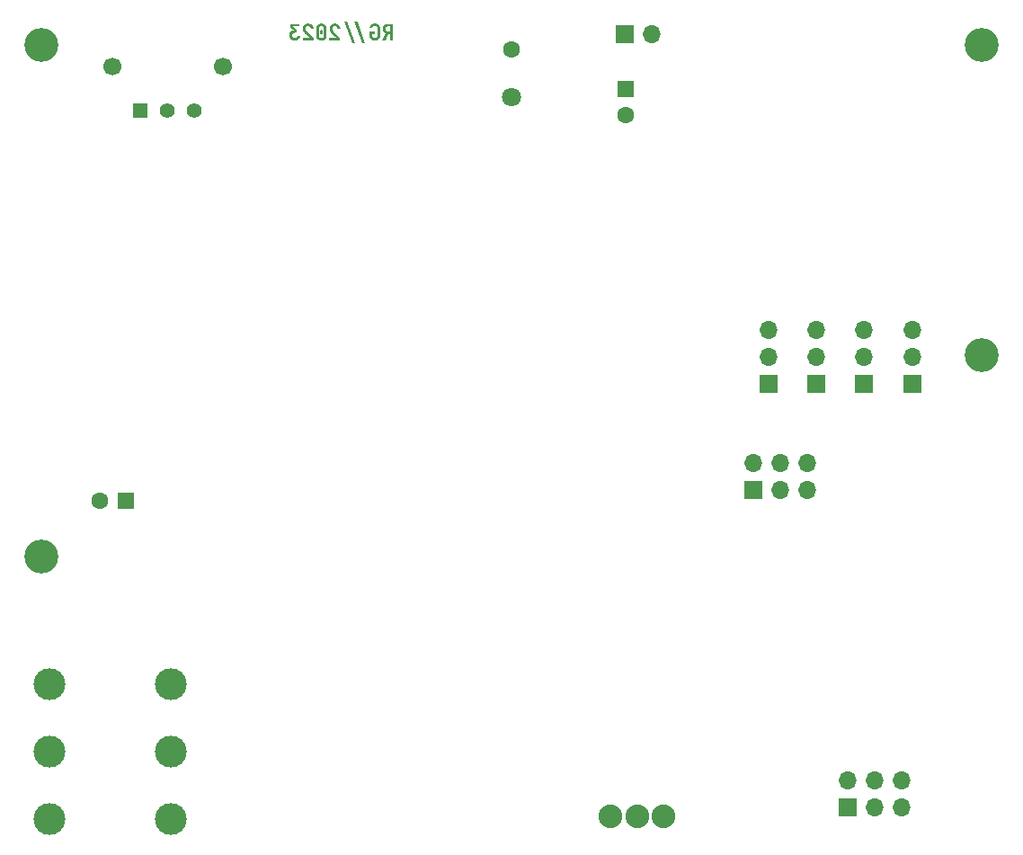
<source format=gbr>
%TF.GenerationSoftware,KiCad,Pcbnew,7.0.4*%
%TF.CreationDate,2023-07-09T20:25:33+02:00*%
%TF.ProjectId,ample,616d706c-652e-46b6-9963-61645f706362,rev?*%
%TF.SameCoordinates,Original*%
%TF.FileFunction,Soldermask,Bot*%
%TF.FilePolarity,Negative*%
%FSLAX46Y46*%
G04 Gerber Fmt 4.6, Leading zero omitted, Abs format (unit mm)*
G04 Created by KiCad (PCBNEW 7.0.4) date 2023-07-09 20:25:33*
%MOMM*%
%LPD*%
G01*
G04 APERTURE LIST*
%ADD10C,0.300000*%
%ADD11R,1.700000X1.700000*%
%ADD12O,1.700000X1.700000*%
%ADD13C,3.000000*%
%ADD14C,3.200000*%
%ADD15R,1.600000X1.600000*%
%ADD16C,1.600000*%
%ADD17C,2.240000*%
%ADD18R,1.400000X1.400000*%
%ADD19C,1.400000*%
%ADD20C,1.700000*%
%ADD21C,1.800000*%
G04 APERTURE END LIST*
D10*
G36*
X138841730Y-53045000D02*
G01*
X138577948Y-53045000D01*
X138577948Y-52435369D01*
X138381577Y-52435369D01*
X138107536Y-53045000D01*
X137816277Y-53045000D01*
X138122191Y-52396168D01*
X138105790Y-52389658D01*
X138089836Y-52382676D01*
X138074329Y-52375221D01*
X138059268Y-52367294D01*
X138044653Y-52358895D01*
X138030485Y-52350024D01*
X138016764Y-52340680D01*
X138003489Y-52330864D01*
X137990660Y-52320576D01*
X137978278Y-52309815D01*
X137966343Y-52298582D01*
X137954854Y-52286877D01*
X137943811Y-52274700D01*
X137933215Y-52262050D01*
X137923066Y-52248929D01*
X137913363Y-52235334D01*
X137904135Y-52221280D01*
X137895503Y-52206867D01*
X137887466Y-52192096D01*
X137880024Y-52176968D01*
X137873177Y-52161482D01*
X137866926Y-52145638D01*
X137861271Y-52129437D01*
X137856210Y-52112877D01*
X137851745Y-52095960D01*
X137847875Y-52078685D01*
X137844601Y-52061052D01*
X137841922Y-52043062D01*
X137839838Y-52024714D01*
X137838350Y-52006008D01*
X137837457Y-51986944D01*
X137837356Y-51980345D01*
X138105338Y-51980345D01*
X138105590Y-51994178D01*
X138106912Y-52014252D01*
X138109368Y-52033514D01*
X138112957Y-52051964D01*
X138117680Y-52069603D01*
X138123536Y-52086431D01*
X138130525Y-52102447D01*
X138138648Y-52117652D01*
X138147905Y-52132045D01*
X138158295Y-52145627D01*
X138169818Y-52158398D01*
X138178011Y-52166384D01*
X138190972Y-52177396D01*
X138204737Y-52187249D01*
X138219308Y-52195943D01*
X138234683Y-52203478D01*
X138250864Y-52209854D01*
X138267849Y-52215070D01*
X138285640Y-52219127D01*
X138304235Y-52222025D01*
X138323636Y-52223764D01*
X138343841Y-52224344D01*
X138577948Y-52224344D01*
X138577948Y-51730118D01*
X138343841Y-51730118D01*
X138330543Y-51730384D01*
X138311219Y-51731782D01*
X138292642Y-51734377D01*
X138274811Y-51738170D01*
X138257728Y-51743161D01*
X138241392Y-51749350D01*
X138225803Y-51756737D01*
X138210961Y-51765321D01*
X138196866Y-51775104D01*
X138183518Y-51786084D01*
X138170917Y-51798262D01*
X138162976Y-51806959D01*
X138152025Y-51820675D01*
X138142226Y-51835196D01*
X138133581Y-51850522D01*
X138126088Y-51866653D01*
X138119747Y-51883589D01*
X138114560Y-51901330D01*
X138110525Y-51919877D01*
X138107643Y-51939228D01*
X138105914Y-51959384D01*
X138105338Y-51980345D01*
X137837356Y-51980345D01*
X137837159Y-51967522D01*
X137837300Y-51954273D01*
X137838036Y-51934689D01*
X137839403Y-51915453D01*
X137841402Y-51896564D01*
X137844031Y-51878023D01*
X137847292Y-51859830D01*
X137851184Y-51841985D01*
X137855707Y-51824488D01*
X137860861Y-51807338D01*
X137866647Y-51790536D01*
X137873063Y-51774082D01*
X137877671Y-51763286D01*
X137885034Y-51747478D01*
X137892938Y-51732133D01*
X137901383Y-51717252D01*
X137910369Y-51702835D01*
X137919896Y-51688882D01*
X137929964Y-51675392D01*
X137940573Y-51662367D01*
X137951723Y-51649804D01*
X137963413Y-51637706D01*
X137975645Y-51626071D01*
X137984043Y-51618530D01*
X137997047Y-51607622D01*
X138010541Y-51597197D01*
X138024525Y-51587254D01*
X138038997Y-51577795D01*
X138053960Y-51568819D01*
X138069411Y-51560325D01*
X138085352Y-51552315D01*
X138101783Y-51544788D01*
X138118703Y-51537744D01*
X138136113Y-51531182D01*
X138147915Y-51527101D01*
X138165914Y-51521472D01*
X138184267Y-51516436D01*
X138202974Y-51511993D01*
X138222035Y-51508141D01*
X138241451Y-51504883D01*
X138261220Y-51502217D01*
X138281344Y-51500143D01*
X138301822Y-51498662D01*
X138322655Y-51497773D01*
X138343841Y-51497477D01*
X138841730Y-51497477D01*
X138841730Y-53045000D01*
G37*
G36*
X137133374Y-52224344D02*
G01*
X136603611Y-52224344D01*
X136603611Y-52599867D01*
X136603926Y-52619555D01*
X136604873Y-52638915D01*
X136606451Y-52657946D01*
X136608660Y-52676649D01*
X136611500Y-52695023D01*
X136614971Y-52713069D01*
X136619073Y-52730787D01*
X136623807Y-52748176D01*
X136629171Y-52765236D01*
X136635167Y-52781969D01*
X136639515Y-52792941D01*
X136646517Y-52808999D01*
X136654060Y-52824613D01*
X136662145Y-52839782D01*
X136670770Y-52854507D01*
X136679936Y-52868788D01*
X136689643Y-52882624D01*
X136699892Y-52896016D01*
X136710681Y-52908964D01*
X136722011Y-52921467D01*
X136733882Y-52933526D01*
X136742096Y-52941318D01*
X136754765Y-52952608D01*
X136767904Y-52963395D01*
X136781513Y-52973679D01*
X136795591Y-52983462D01*
X136810140Y-52992742D01*
X136825160Y-53001520D01*
X136840649Y-53009795D01*
X136856608Y-53017568D01*
X136873038Y-53024839D01*
X136889937Y-53031607D01*
X136901465Y-53035840D01*
X136919031Y-53041668D01*
X136936971Y-53046921D01*
X136955284Y-53051602D01*
X136973971Y-53055710D01*
X136993031Y-53059244D01*
X137012465Y-53062206D01*
X137032272Y-53064594D01*
X137052453Y-53066409D01*
X137073007Y-53067651D01*
X137093935Y-53068319D01*
X137108094Y-53068447D01*
X137129274Y-53068144D01*
X137150087Y-53067236D01*
X137170533Y-53065723D01*
X137190612Y-53063604D01*
X137210324Y-53060880D01*
X137229669Y-53057550D01*
X137248646Y-53053616D01*
X137267257Y-53049075D01*
X137285500Y-53043930D01*
X137303377Y-53038179D01*
X137315090Y-53034009D01*
X137332241Y-53027238D01*
X137348935Y-53019978D01*
X137365171Y-53012229D01*
X137380950Y-53003990D01*
X137396272Y-52995261D01*
X137411136Y-52986043D01*
X137425544Y-52976336D01*
X137439494Y-52966140D01*
X137452987Y-52955453D01*
X137466022Y-52944278D01*
X137474459Y-52936556D01*
X137486625Y-52924590D01*
X137498257Y-52912187D01*
X137509354Y-52899345D01*
X137519916Y-52886066D01*
X137529945Y-52872349D01*
X137539438Y-52858194D01*
X137548397Y-52843601D01*
X137556822Y-52828570D01*
X137564712Y-52813101D01*
X137572068Y-52797194D01*
X137576674Y-52786346D01*
X137583091Y-52769683D01*
X137588876Y-52752665D01*
X137594030Y-52735293D01*
X137598553Y-52717567D01*
X137602445Y-52699487D01*
X137605706Y-52681052D01*
X137608335Y-52662264D01*
X137610334Y-52643121D01*
X137611701Y-52623624D01*
X137612438Y-52603772D01*
X137612578Y-52590341D01*
X137612578Y-51945540D01*
X137612262Y-51925849D01*
X137611316Y-51906480D01*
X137609738Y-51887432D01*
X137607529Y-51868707D01*
X137604689Y-51850304D01*
X137601218Y-51832222D01*
X137597116Y-51814463D01*
X137592382Y-51797025D01*
X137587018Y-51779910D01*
X137581022Y-51763117D01*
X137576674Y-51752100D01*
X137569675Y-51735911D01*
X137562141Y-51720179D01*
X137554073Y-51704904D01*
X137545470Y-51690087D01*
X137536333Y-51675727D01*
X137526661Y-51661824D01*
X137516455Y-51648378D01*
X137505714Y-51635390D01*
X137494439Y-51622859D01*
X137482629Y-51610785D01*
X137474459Y-51602990D01*
X137461728Y-51591632D01*
X137448540Y-51580776D01*
X137434895Y-51570423D01*
X137420792Y-51560572D01*
X137406232Y-51551223D01*
X137391215Y-51542376D01*
X137375741Y-51534032D01*
X137359810Y-51526191D01*
X137343421Y-51518851D01*
X137326575Y-51512014D01*
X137315090Y-51507735D01*
X137297459Y-51501711D01*
X137279460Y-51496280D01*
X137261094Y-51491442D01*
X137242361Y-51487196D01*
X137223261Y-51483542D01*
X137203794Y-51480481D01*
X137183960Y-51478012D01*
X137163759Y-51476136D01*
X137143191Y-51474852D01*
X137122255Y-51474161D01*
X137108094Y-51474030D01*
X137082017Y-51474470D01*
X137056540Y-51475793D01*
X137031665Y-51477997D01*
X137007390Y-51481082D01*
X136983717Y-51485049D01*
X136960644Y-51489898D01*
X136938173Y-51495628D01*
X136916303Y-51502240D01*
X136895034Y-51509733D01*
X136874365Y-51518108D01*
X136854298Y-51527364D01*
X136834832Y-51537502D01*
X136815968Y-51548522D01*
X136797704Y-51560423D01*
X136780041Y-51573205D01*
X136762979Y-51586870D01*
X136746627Y-51601277D01*
X136731094Y-51616379D01*
X136716379Y-51632177D01*
X136702483Y-51648671D01*
X136689406Y-51665860D01*
X136677147Y-51683744D01*
X136665707Y-51702325D01*
X136655085Y-51721600D01*
X136645282Y-51741571D01*
X136636297Y-51762238D01*
X136628131Y-51783600D01*
X136620784Y-51805658D01*
X136614255Y-51828411D01*
X136608545Y-51851860D01*
X136603654Y-51876004D01*
X136599581Y-51900844D01*
X136865561Y-51900844D01*
X136868364Y-51884473D01*
X136872100Y-51868747D01*
X136876770Y-51853664D01*
X136882374Y-51839226D01*
X136888912Y-51825432D01*
X136896383Y-51812281D01*
X136904788Y-51799775D01*
X136914127Y-51787912D01*
X136924400Y-51776694D01*
X136935607Y-51766119D01*
X136943597Y-51759427D01*
X136956124Y-51749999D01*
X136969250Y-51741498D01*
X136982974Y-51733925D01*
X136997298Y-51727279D01*
X137012220Y-51721560D01*
X137027742Y-51716769D01*
X137043862Y-51712905D01*
X137060582Y-51709968D01*
X137077900Y-51707959D01*
X137095817Y-51706877D01*
X137108094Y-51706671D01*
X137128313Y-51707221D01*
X137147752Y-51708873D01*
X137166412Y-51711626D01*
X137184292Y-51715481D01*
X137201394Y-51720436D01*
X137217716Y-51726493D01*
X137233259Y-51733651D01*
X137248023Y-51741910D01*
X137262007Y-51751271D01*
X137275212Y-51761733D01*
X137283583Y-51769319D01*
X137295237Y-51781393D01*
X137305745Y-51794259D01*
X137315107Y-51807917D01*
X137323322Y-51822368D01*
X137330391Y-51837610D01*
X137336314Y-51853644D01*
X137341090Y-51870471D01*
X137344720Y-51888090D01*
X137347204Y-51906501D01*
X137348541Y-51925704D01*
X137348796Y-51938946D01*
X137348796Y-52592540D01*
X137348223Y-52613089D01*
X137346503Y-52632833D01*
X137343637Y-52651771D01*
X137339625Y-52669905D01*
X137334467Y-52687234D01*
X137328162Y-52703758D01*
X137320711Y-52719477D01*
X137312114Y-52734391D01*
X137302370Y-52748500D01*
X137291480Y-52761804D01*
X137283583Y-52770226D01*
X137270897Y-52781946D01*
X137257432Y-52792513D01*
X137243188Y-52801927D01*
X137228165Y-52810189D01*
X137212362Y-52817297D01*
X137195780Y-52823253D01*
X137178419Y-52828056D01*
X137160278Y-52831707D01*
X137141359Y-52834204D01*
X137121660Y-52835549D01*
X137108094Y-52835806D01*
X137087558Y-52835252D01*
X137067853Y-52833590D01*
X137048978Y-52830821D01*
X137030935Y-52826944D01*
X137013722Y-52821960D01*
X136997339Y-52815867D01*
X136981788Y-52808667D01*
X136967067Y-52800360D01*
X136953177Y-52790944D01*
X136940118Y-52780422D01*
X136931873Y-52772791D01*
X136920350Y-52760521D01*
X136909960Y-52747477D01*
X136900704Y-52733661D01*
X136892581Y-52719073D01*
X136885591Y-52703711D01*
X136879735Y-52687577D01*
X136875012Y-52670670D01*
X136871423Y-52652990D01*
X136868967Y-52634537D01*
X136867645Y-52615311D01*
X136867393Y-52602065D01*
X136867393Y-52456985D01*
X137133374Y-52456985D01*
X137133374Y-52224344D01*
G37*
G36*
X134516434Y-51274727D02*
G01*
X134242393Y-51274727D01*
X134978785Y-53279473D01*
X135255024Y-53279473D01*
X134516434Y-51274727D01*
G37*
G36*
X135466050Y-51274727D02*
G01*
X135192009Y-51274727D01*
X135928401Y-53279473D01*
X136204640Y-53279473D01*
X135466050Y-51274727D01*
G37*
G36*
X132842149Y-51930153D02*
G01*
X132842326Y-51945158D01*
X132842857Y-51960086D01*
X132843743Y-51974937D01*
X132844982Y-51989710D01*
X132846576Y-52004406D01*
X132848524Y-52019025D01*
X132850827Y-52033566D01*
X132853483Y-52048031D01*
X132856494Y-52062418D01*
X132859859Y-52076727D01*
X132862299Y-52086224D01*
X132866214Y-52100369D01*
X132870542Y-52114500D01*
X132875282Y-52128619D01*
X132880434Y-52142724D01*
X132885998Y-52156817D01*
X132891974Y-52170897D01*
X132898363Y-52184964D01*
X132905163Y-52199019D01*
X132912376Y-52213060D01*
X132920001Y-52227088D01*
X132925314Y-52236434D01*
X132933635Y-52250382D01*
X132942388Y-52264336D01*
X132951573Y-52278297D01*
X132961189Y-52292264D01*
X132971236Y-52306238D01*
X132981715Y-52320218D01*
X132992625Y-52334205D01*
X133003967Y-52348198D01*
X133015741Y-52362197D01*
X133027946Y-52376203D01*
X133036322Y-52385544D01*
X133049184Y-52399537D01*
X133062490Y-52413626D01*
X133076240Y-52427813D01*
X133090435Y-52442096D01*
X133105074Y-52456475D01*
X133120158Y-52470951D01*
X133135686Y-52485524D01*
X133151658Y-52500193D01*
X133162553Y-52510026D01*
X133173646Y-52519902D01*
X133184936Y-52529821D01*
X133196423Y-52539783D01*
X133415875Y-52725896D01*
X133428435Y-52734821D01*
X133440651Y-52743276D01*
X133455438Y-52753184D01*
X133469688Y-52762359D01*
X133483402Y-52770801D01*
X133496578Y-52778510D01*
X133506734Y-52784148D01*
X133520980Y-52791926D01*
X133534869Y-52798774D01*
X133548400Y-52804692D01*
X133551064Y-52805764D01*
X133551064Y-52814190D01*
X133535974Y-52813389D01*
X133520381Y-52812816D01*
X133504284Y-52812473D01*
X133487683Y-52812358D01*
X133472685Y-52812358D01*
X133457000Y-52812358D01*
X133440628Y-52812358D01*
X133425739Y-52812358D01*
X133423569Y-52812358D01*
X133408289Y-52812358D01*
X133392905Y-52812358D01*
X133377415Y-52812358D01*
X133361819Y-52812358D01*
X133352861Y-52812358D01*
X132823098Y-52812358D01*
X132823098Y-53045000D01*
X133842323Y-53045000D01*
X133842323Y-52768761D01*
X133356891Y-52361730D01*
X133340560Y-52347635D01*
X133324817Y-52333652D01*
X133309660Y-52319780D01*
X133295090Y-52306020D01*
X133281106Y-52292371D01*
X133267710Y-52278834D01*
X133254900Y-52265409D01*
X133242677Y-52252096D01*
X133231040Y-52238894D01*
X133219991Y-52225803D01*
X133209528Y-52212825D01*
X133199652Y-52199957D01*
X133190362Y-52187202D01*
X133181660Y-52174558D01*
X133173544Y-52162026D01*
X133166015Y-52149605D01*
X133155605Y-52130952D01*
X133146218Y-52112086D01*
X133137856Y-52093007D01*
X133130518Y-52073716D01*
X133124203Y-52054213D01*
X133118913Y-52034497D01*
X133114646Y-52014568D01*
X133111404Y-51994427D01*
X133109185Y-51974073D01*
X133107990Y-51953507D01*
X133107763Y-51939678D01*
X133108304Y-51920072D01*
X133109927Y-51901232D01*
X133112632Y-51883158D01*
X133116418Y-51865850D01*
X133121287Y-51849309D01*
X133127237Y-51833534D01*
X133134270Y-51818526D01*
X133142384Y-51804284D01*
X133151581Y-51790808D01*
X133161859Y-51778099D01*
X133169312Y-51770052D01*
X133181174Y-51758725D01*
X133193814Y-51748512D01*
X133207234Y-51739414D01*
X133221433Y-51731429D01*
X133236412Y-51724559D01*
X133252169Y-51718802D01*
X133268706Y-51714160D01*
X133286022Y-51710632D01*
X133304117Y-51708218D01*
X133322992Y-51706918D01*
X133336008Y-51706671D01*
X133356963Y-51707209D01*
X133377099Y-51708822D01*
X133396418Y-51711510D01*
X133414919Y-51715275D01*
X133432602Y-51720114D01*
X133449468Y-51726029D01*
X133465515Y-51733020D01*
X133480745Y-51741086D01*
X133495156Y-51750228D01*
X133508750Y-51760445D01*
X133517358Y-51767854D01*
X133529405Y-51779601D01*
X133540267Y-51792038D01*
X133549945Y-51805164D01*
X133558437Y-51818979D01*
X133565744Y-51833483D01*
X133571866Y-51848676D01*
X133576804Y-51864558D01*
X133580556Y-51881129D01*
X133583123Y-51898389D01*
X133584506Y-51916339D01*
X133584769Y-51928688D01*
X133852948Y-51928688D01*
X133852223Y-51909555D01*
X133850874Y-51890765D01*
X133848900Y-51872315D01*
X133846302Y-51854207D01*
X133843079Y-51836440D01*
X133839231Y-51819014D01*
X133834758Y-51801930D01*
X133829661Y-51785187D01*
X133823939Y-51768786D01*
X133817592Y-51752725D01*
X133813014Y-51742208D01*
X133805612Y-51726696D01*
X133797696Y-51711622D01*
X133789263Y-51696986D01*
X133780316Y-51682788D01*
X133770854Y-51669028D01*
X133760876Y-51655706D01*
X133750383Y-51642822D01*
X133739375Y-51630375D01*
X133727852Y-51618367D01*
X133715813Y-51606796D01*
X133707501Y-51599326D01*
X133694545Y-51588495D01*
X133681093Y-51578121D01*
X133667145Y-51568205D01*
X133652701Y-51558746D01*
X133637761Y-51549743D01*
X133622326Y-51541199D01*
X133606394Y-51533111D01*
X133589967Y-51525481D01*
X133573044Y-51518308D01*
X133555625Y-51511592D01*
X133543736Y-51507369D01*
X133525562Y-51501411D01*
X133507033Y-51496039D01*
X133488150Y-51491253D01*
X133468912Y-51487053D01*
X133449321Y-51483439D01*
X133429375Y-51480411D01*
X133409075Y-51477969D01*
X133388421Y-51476113D01*
X133367413Y-51474843D01*
X133346050Y-51474160D01*
X133331612Y-51474030D01*
X133311174Y-51474316D01*
X133291078Y-51475176D01*
X133271323Y-51476609D01*
X133251910Y-51478615D01*
X133232838Y-51481194D01*
X133214107Y-51484346D01*
X133195718Y-51488072D01*
X133177670Y-51492371D01*
X133159963Y-51497242D01*
X133142598Y-51502687D01*
X133131210Y-51506636D01*
X133114409Y-51512932D01*
X133098079Y-51519731D01*
X133082218Y-51527031D01*
X133066827Y-51534835D01*
X133051907Y-51543140D01*
X133037457Y-51551948D01*
X133023477Y-51561258D01*
X133009967Y-51571070D01*
X132996927Y-51581385D01*
X132984357Y-51592202D01*
X132976238Y-51599692D01*
X132964409Y-51611226D01*
X132953101Y-51623160D01*
X132942315Y-51635492D01*
X132932051Y-51648224D01*
X132922309Y-51661355D01*
X132913088Y-51674886D01*
X132904388Y-51688816D01*
X132896210Y-51703145D01*
X132888554Y-51717873D01*
X132881420Y-51733000D01*
X132876953Y-51743307D01*
X132870733Y-51759081D01*
X132865125Y-51775215D01*
X132860129Y-51791710D01*
X132855744Y-51808566D01*
X132851972Y-51825782D01*
X132848811Y-51843359D01*
X132846261Y-51861297D01*
X132844324Y-51879595D01*
X132842999Y-51898254D01*
X132842285Y-51917273D01*
X132842149Y-51930153D01*
G37*
G36*
X132078259Y-52060337D02*
G01*
X132093896Y-52062204D01*
X132108347Y-52066313D01*
X132121613Y-52072663D01*
X132133695Y-52081254D01*
X132144591Y-52092086D01*
X132149502Y-52098158D01*
X132157874Y-52111287D01*
X132164314Y-52125730D01*
X132168822Y-52141486D01*
X132171398Y-52158556D01*
X132172069Y-52173785D01*
X132172069Y-52392138D01*
X132171827Y-52401388D01*
X132170351Y-52416089D01*
X132166809Y-52432550D01*
X132161335Y-52447723D01*
X132153929Y-52461607D01*
X132144591Y-52474204D01*
X132141091Y-52478019D01*
X132129799Y-52487988D01*
X132117323Y-52495742D01*
X132103662Y-52501281D01*
X132088815Y-52504604D01*
X132072784Y-52505711D01*
X132067308Y-52505588D01*
X132051672Y-52503742D01*
X132037221Y-52499681D01*
X132023954Y-52493404D01*
X132011873Y-52484912D01*
X132000976Y-52474204D01*
X131996066Y-52468067D01*
X131987694Y-52454826D01*
X131981254Y-52440297D01*
X131976746Y-52424481D01*
X131974170Y-52407376D01*
X131973499Y-52392138D01*
X131973499Y-52173785D01*
X131973741Y-52164539D01*
X131975216Y-52149857D01*
X131978758Y-52133444D01*
X131984232Y-52118344D01*
X131991638Y-52104558D01*
X132000976Y-52092086D01*
X132004477Y-52088226D01*
X132015768Y-52078141D01*
X132028245Y-52070297D01*
X132041906Y-52064695D01*
X132056753Y-52061333D01*
X132072784Y-52060212D01*
X132078259Y-52060337D01*
G37*
G36*
X132086949Y-51474160D02*
G01*
X132107907Y-51474843D01*
X132128517Y-51476113D01*
X132148779Y-51477969D01*
X132168694Y-51480411D01*
X132188261Y-51483439D01*
X132207480Y-51487053D01*
X132226351Y-51491253D01*
X132244875Y-51496039D01*
X132263051Y-51501411D01*
X132280879Y-51507369D01*
X132292492Y-51511651D01*
X132309499Y-51518503D01*
X132326010Y-51525870D01*
X132342025Y-51533753D01*
X132357545Y-51542150D01*
X132372568Y-51551063D01*
X132387096Y-51560491D01*
X132401127Y-51570435D01*
X132414663Y-51580893D01*
X132427703Y-51591867D01*
X132440247Y-51603356D01*
X132448284Y-51611240D01*
X132459911Y-51623436D01*
X132471022Y-51636077D01*
X132481618Y-51649162D01*
X132491699Y-51662691D01*
X132501264Y-51676665D01*
X132510314Y-51691083D01*
X132518850Y-51705946D01*
X132526869Y-51721252D01*
X132534374Y-51737004D01*
X132541364Y-51753199D01*
X132545711Y-51764179D01*
X132551707Y-51780948D01*
X132557072Y-51798079D01*
X132561805Y-51815570D01*
X132565907Y-51833421D01*
X132569378Y-51851634D01*
X132572219Y-51870207D01*
X132574427Y-51889140D01*
X132576005Y-51908434D01*
X132576952Y-51928089D01*
X132577267Y-51948105D01*
X132577267Y-52592173D01*
X132577127Y-52605563D01*
X132576391Y-52625368D01*
X132575023Y-52644838D01*
X132573025Y-52663974D01*
X132570395Y-52682774D01*
X132567134Y-52701240D01*
X132563243Y-52719370D01*
X132558720Y-52737166D01*
X132553565Y-52754627D01*
X132547780Y-52771753D01*
X132541364Y-52788545D01*
X132536761Y-52799481D01*
X132529428Y-52815510D01*
X132521580Y-52831089D01*
X132513217Y-52846216D01*
X132504338Y-52860893D01*
X132494944Y-52875119D01*
X132485035Y-52888894D01*
X132474611Y-52902218D01*
X132463672Y-52915092D01*
X132452217Y-52927515D01*
X132440247Y-52939487D01*
X132431940Y-52947159D01*
X132419065Y-52958243D01*
X132405695Y-52968819D01*
X132391828Y-52978885D01*
X132377466Y-52988443D01*
X132362608Y-52997493D01*
X132347254Y-53006033D01*
X132331404Y-53014065D01*
X132315058Y-53021588D01*
X132298216Y-53028602D01*
X132280879Y-53035108D01*
X132269032Y-53039145D01*
X132250972Y-53044712D01*
X132232564Y-53049694D01*
X132213809Y-53054089D01*
X132194706Y-53057898D01*
X132175255Y-53061121D01*
X132155456Y-53063758D01*
X132135310Y-53065810D01*
X132114816Y-53067275D01*
X132093974Y-53068154D01*
X132072784Y-53068447D01*
X132058624Y-53068312D01*
X132037697Y-53067606D01*
X132017142Y-53066294D01*
X131996961Y-53064377D01*
X131977154Y-53061855D01*
X131957720Y-53058727D01*
X131938660Y-53054994D01*
X131919973Y-53050656D01*
X131901660Y-53045712D01*
X131883721Y-53040163D01*
X131866154Y-53034009D01*
X131854627Y-53029595D01*
X131837727Y-53022567D01*
X131821298Y-53015049D01*
X131805338Y-53007042D01*
X131789849Y-52998546D01*
X131774830Y-52989560D01*
X131760281Y-52980084D01*
X131746202Y-52970120D01*
X131732593Y-52959665D01*
X131719455Y-52948722D01*
X131706786Y-52937288D01*
X131698571Y-52929357D01*
X131686700Y-52917085D01*
X131675370Y-52904361D01*
X131664581Y-52891187D01*
X131654333Y-52877562D01*
X131644626Y-52863487D01*
X131635459Y-52848960D01*
X131626834Y-52833983D01*
X131618750Y-52818555D01*
X131611206Y-52802676D01*
X131604204Y-52786346D01*
X131599856Y-52775198D01*
X131593861Y-52758229D01*
X131588496Y-52740963D01*
X131583763Y-52723401D01*
X131579660Y-52705543D01*
X131576189Y-52687389D01*
X131573349Y-52668938D01*
X131571140Y-52650191D01*
X131569563Y-52631148D01*
X131568616Y-52611809D01*
X131568347Y-52595104D01*
X131825854Y-52595104D01*
X131826119Y-52608757D01*
X131827509Y-52628571D01*
X131830090Y-52647586D01*
X131833863Y-52665802D01*
X131838827Y-52683221D01*
X131844983Y-52699840D01*
X131852330Y-52715661D01*
X131860868Y-52730683D01*
X131870598Y-52744907D01*
X131881519Y-52758332D01*
X131893632Y-52770959D01*
X131902231Y-52778812D01*
X131915780Y-52789640D01*
X131930108Y-52799329D01*
X131945215Y-52807878D01*
X131961101Y-52815288D01*
X131977767Y-52821557D01*
X131995212Y-52826686D01*
X132013436Y-52830676D01*
X132032439Y-52833526D01*
X132052222Y-52835236D01*
X132072784Y-52835806D01*
X132086575Y-52835552D01*
X132106603Y-52834222D01*
X132125838Y-52831753D01*
X132144281Y-52828143D01*
X132161932Y-52823393D01*
X132178791Y-52817504D01*
X132194858Y-52810475D01*
X132210132Y-52802306D01*
X132224615Y-52792997D01*
X132238305Y-52782548D01*
X132251203Y-52770959D01*
X132259233Y-52762630D01*
X132270307Y-52749471D01*
X132280215Y-52735513D01*
X132288957Y-52720757D01*
X132296534Y-52705202D01*
X132302945Y-52688849D01*
X132308190Y-52671697D01*
X132312270Y-52653747D01*
X132315184Y-52634998D01*
X132316932Y-52615450D01*
X132317515Y-52595104D01*
X132317515Y-51947372D01*
X132317256Y-51933721D01*
X132315896Y-51913915D01*
X132313371Y-51894913D01*
X132309680Y-51876717D01*
X132304823Y-51859326D01*
X132298800Y-51842740D01*
X132291612Y-51826959D01*
X132283258Y-51811982D01*
X132273739Y-51797811D01*
X132263054Y-51784445D01*
X132251203Y-51771884D01*
X132242692Y-51763987D01*
X132229266Y-51753097D01*
X132215048Y-51743353D01*
X132200037Y-51734756D01*
X132184234Y-51727305D01*
X132167640Y-51721000D01*
X132150253Y-51715841D01*
X132132074Y-51711829D01*
X132113103Y-51708963D01*
X132093339Y-51707244D01*
X132072784Y-51706671D01*
X132058989Y-51706926D01*
X132038947Y-51708263D01*
X132019684Y-51710747D01*
X132001200Y-51714377D01*
X131983495Y-51719153D01*
X131966570Y-51725076D01*
X131950424Y-51732145D01*
X131935057Y-51740360D01*
X131920469Y-51749721D01*
X131906661Y-51760229D01*
X131893632Y-51771884D01*
X131885424Y-51780168D01*
X131874106Y-51793266D01*
X131863979Y-51807169D01*
X131855044Y-51821877D01*
X131847300Y-51837390D01*
X131840747Y-51853708D01*
X131835386Y-51870831D01*
X131831216Y-51888759D01*
X131828237Y-51907491D01*
X131826450Y-51927029D01*
X131825854Y-51947372D01*
X131825854Y-52595104D01*
X131568347Y-52595104D01*
X131568300Y-52592173D01*
X131568300Y-51948105D01*
X131568441Y-51934721D01*
X131569177Y-51914946D01*
X131570544Y-51895532D01*
X131572543Y-51876478D01*
X131575172Y-51857785D01*
X131578433Y-51839452D01*
X131582325Y-51821480D01*
X131586848Y-51803869D01*
X131592002Y-51786618D01*
X131597788Y-51769728D01*
X131604204Y-51753199D01*
X131608808Y-51742353D01*
X131616148Y-51726453D01*
X131624011Y-51710998D01*
X131632394Y-51695988D01*
X131641300Y-51681422D01*
X131650727Y-51667300D01*
X131660676Y-51653622D01*
X131671146Y-51640389D01*
X131682138Y-51627601D01*
X131693652Y-51615256D01*
X131705687Y-51603356D01*
X131713952Y-51595640D01*
X131726772Y-51584494D01*
X131740102Y-51573864D01*
X131753941Y-51563749D01*
X131768288Y-51554149D01*
X131783144Y-51545064D01*
X131798509Y-51536495D01*
X131814382Y-51528440D01*
X131830764Y-51520901D01*
X131847656Y-51513877D01*
X131865055Y-51507369D01*
X131876858Y-51503331D01*
X131894856Y-51497764D01*
X131913209Y-51492783D01*
X131931916Y-51488387D01*
X131950978Y-51484578D01*
X131970393Y-51481355D01*
X131990163Y-51478718D01*
X132010287Y-51476667D01*
X132030765Y-51475202D01*
X132051597Y-51474323D01*
X132072784Y-51474030D01*
X132086949Y-51474160D01*
G37*
G36*
X130324494Y-51930153D02*
G01*
X130324671Y-51945158D01*
X130325202Y-51960086D01*
X130326087Y-51974937D01*
X130327327Y-51989710D01*
X130328921Y-52004406D01*
X130330869Y-52019025D01*
X130333171Y-52033566D01*
X130335828Y-52048031D01*
X130338839Y-52062418D01*
X130342204Y-52076727D01*
X130344644Y-52086224D01*
X130348559Y-52100369D01*
X130352887Y-52114500D01*
X130357627Y-52128619D01*
X130362779Y-52142724D01*
X130368343Y-52156817D01*
X130374319Y-52170897D01*
X130380708Y-52184964D01*
X130387508Y-52199019D01*
X130394721Y-52213060D01*
X130402346Y-52227088D01*
X130407658Y-52236434D01*
X130415980Y-52250382D01*
X130424733Y-52264336D01*
X130433917Y-52278297D01*
X130443533Y-52292264D01*
X130453581Y-52306238D01*
X130464060Y-52320218D01*
X130474970Y-52334205D01*
X130486312Y-52348198D01*
X130498085Y-52362197D01*
X130510290Y-52376203D01*
X130518667Y-52385544D01*
X130531528Y-52399537D01*
X130544834Y-52413626D01*
X130558585Y-52427813D01*
X130572780Y-52442096D01*
X130587419Y-52456475D01*
X130602503Y-52470951D01*
X130618030Y-52485524D01*
X130634003Y-52500193D01*
X130644898Y-52510026D01*
X130655990Y-52519902D01*
X130667280Y-52529821D01*
X130678768Y-52539783D01*
X130898220Y-52725896D01*
X130910779Y-52734821D01*
X130922995Y-52743276D01*
X130937782Y-52753184D01*
X130952033Y-52762359D01*
X130965746Y-52770801D01*
X130978923Y-52778510D01*
X130989078Y-52784148D01*
X131003325Y-52791926D01*
X131017214Y-52798774D01*
X131030745Y-52804692D01*
X131033408Y-52805764D01*
X131033408Y-52814190D01*
X131018319Y-52813389D01*
X131002725Y-52812816D01*
X130986628Y-52812473D01*
X130970027Y-52812358D01*
X130955029Y-52812358D01*
X130939344Y-52812358D01*
X130922973Y-52812358D01*
X130908084Y-52812358D01*
X130905914Y-52812358D01*
X130890634Y-52812358D01*
X130875249Y-52812358D01*
X130859759Y-52812358D01*
X130844164Y-52812358D01*
X130835205Y-52812358D01*
X130305443Y-52812358D01*
X130305443Y-53045000D01*
X131324668Y-53045000D01*
X131324668Y-52768761D01*
X130839235Y-52361730D01*
X130822905Y-52347635D01*
X130807161Y-52333652D01*
X130792004Y-52319780D01*
X130777434Y-52306020D01*
X130763451Y-52292371D01*
X130750054Y-52278834D01*
X130737244Y-52265409D01*
X130725021Y-52252096D01*
X130713385Y-52238894D01*
X130702335Y-52225803D01*
X130691872Y-52212825D01*
X130681996Y-52199957D01*
X130672707Y-52187202D01*
X130664004Y-52174558D01*
X130655889Y-52162026D01*
X130648360Y-52149605D01*
X130637949Y-52130952D01*
X130628563Y-52112086D01*
X130620201Y-52093007D01*
X130612862Y-52073716D01*
X130606548Y-52054213D01*
X130601257Y-52034497D01*
X130596991Y-52014568D01*
X130593748Y-51994427D01*
X130591530Y-51974073D01*
X130590335Y-51953507D01*
X130590108Y-51939678D01*
X130590649Y-51920072D01*
X130592272Y-51901232D01*
X130594976Y-51883158D01*
X130598763Y-51865850D01*
X130603632Y-51849309D01*
X130609582Y-51833534D01*
X130616615Y-51818526D01*
X130624729Y-51804284D01*
X130633925Y-51790808D01*
X130644204Y-51778099D01*
X130651657Y-51770052D01*
X130663518Y-51758725D01*
X130676159Y-51748512D01*
X130689579Y-51739414D01*
X130703778Y-51731429D01*
X130718756Y-51724559D01*
X130734514Y-51718802D01*
X130751051Y-51714160D01*
X130768367Y-51710632D01*
X130786462Y-51708218D01*
X130805337Y-51706918D01*
X130818353Y-51706671D01*
X130839307Y-51707209D01*
X130859444Y-51708822D01*
X130878763Y-51711510D01*
X130897264Y-51715275D01*
X130914947Y-51720114D01*
X130931812Y-51726029D01*
X130947860Y-51733020D01*
X130963089Y-51741086D01*
X130977501Y-51750228D01*
X130991095Y-51760445D01*
X130999703Y-51767854D01*
X131011750Y-51779601D01*
X131022612Y-51792038D01*
X131032289Y-51805164D01*
X131040782Y-51818979D01*
X131048089Y-51833483D01*
X131054211Y-51848676D01*
X131059148Y-51864558D01*
X131062901Y-51881129D01*
X131065468Y-51898389D01*
X131066851Y-51916339D01*
X131067114Y-51928688D01*
X131335293Y-51928688D01*
X131334568Y-51909555D01*
X131333219Y-51890765D01*
X131331245Y-51872315D01*
X131328647Y-51854207D01*
X131325423Y-51836440D01*
X131321575Y-51819014D01*
X131317103Y-51801930D01*
X131312006Y-51785187D01*
X131306284Y-51768786D01*
X131299937Y-51752725D01*
X131295359Y-51742208D01*
X131287957Y-51726696D01*
X131280040Y-51711622D01*
X131271608Y-51696986D01*
X131262661Y-51682788D01*
X131253198Y-51669028D01*
X131243221Y-51655706D01*
X131232728Y-51642822D01*
X131221720Y-51630375D01*
X131210196Y-51618367D01*
X131198158Y-51606796D01*
X131189846Y-51599326D01*
X131176890Y-51588495D01*
X131163438Y-51578121D01*
X131149490Y-51568205D01*
X131135046Y-51558746D01*
X131120106Y-51549743D01*
X131104671Y-51541199D01*
X131088739Y-51533111D01*
X131072312Y-51525481D01*
X131055388Y-51518308D01*
X131037969Y-51511592D01*
X131026081Y-51507369D01*
X131007906Y-51501411D01*
X130989377Y-51496039D01*
X130970494Y-51491253D01*
X130951257Y-51487053D01*
X130931665Y-51483439D01*
X130911720Y-51480411D01*
X130891420Y-51477969D01*
X130870766Y-51476113D01*
X130849757Y-51474843D01*
X130828395Y-51474160D01*
X130813956Y-51474030D01*
X130793519Y-51474316D01*
X130773423Y-51475176D01*
X130753668Y-51476609D01*
X130734255Y-51478615D01*
X130715183Y-51481194D01*
X130696452Y-51484346D01*
X130678063Y-51488072D01*
X130660015Y-51492371D01*
X130642308Y-51497242D01*
X130624942Y-51502687D01*
X130613555Y-51506636D01*
X130596754Y-51512932D01*
X130580423Y-51519731D01*
X130564563Y-51527031D01*
X130549172Y-51534835D01*
X130534252Y-51543140D01*
X130519802Y-51551948D01*
X130505821Y-51561258D01*
X130492311Y-51571070D01*
X130479271Y-51581385D01*
X130466702Y-51592202D01*
X130458583Y-51599692D01*
X130446754Y-51611226D01*
X130435446Y-51623160D01*
X130424660Y-51635492D01*
X130414396Y-51648224D01*
X130404653Y-51661355D01*
X130395432Y-51674886D01*
X130386733Y-51688816D01*
X130378555Y-51703145D01*
X130370899Y-51717873D01*
X130363765Y-51733000D01*
X130359298Y-51743307D01*
X130353078Y-51759081D01*
X130347470Y-51775215D01*
X130342474Y-51791710D01*
X130338089Y-51808566D01*
X130334316Y-51825782D01*
X130331155Y-51843359D01*
X130328606Y-51861297D01*
X130326669Y-51879595D01*
X130325343Y-51898254D01*
X130324630Y-51917273D01*
X130324494Y-51930153D01*
G37*
G36*
X129517027Y-52107107D02*
G01*
X129496681Y-52107429D01*
X129476721Y-52108395D01*
X129457148Y-52110005D01*
X129437961Y-52112259D01*
X129419160Y-52115157D01*
X129400746Y-52118699D01*
X129382718Y-52122885D01*
X129365077Y-52127715D01*
X129347822Y-52133189D01*
X129330954Y-52139307D01*
X129319923Y-52143743D01*
X129303737Y-52150838D01*
X129288015Y-52158384D01*
X129272756Y-52166380D01*
X129257961Y-52174827D01*
X129243630Y-52183725D01*
X129229763Y-52193074D01*
X129216359Y-52202873D01*
X129203419Y-52213124D01*
X129190942Y-52223825D01*
X129178930Y-52234977D01*
X129171179Y-52242662D01*
X129159958Y-52254549D01*
X129149240Y-52266855D01*
X129139024Y-52279579D01*
X129129310Y-52292722D01*
X129120099Y-52306284D01*
X129111390Y-52320264D01*
X129103183Y-52334662D01*
X129095479Y-52349480D01*
X129088277Y-52364716D01*
X129081577Y-52380370D01*
X129077390Y-52391039D01*
X129071497Y-52407350D01*
X129066184Y-52423995D01*
X129061451Y-52440975D01*
X129057297Y-52458290D01*
X129053723Y-52475940D01*
X129050728Y-52493925D01*
X129048313Y-52512244D01*
X129046478Y-52530899D01*
X129045222Y-52549888D01*
X129044546Y-52569213D01*
X129044417Y-52582281D01*
X129044742Y-52602719D01*
X129045718Y-52622815D01*
X129047344Y-52642569D01*
X129049620Y-52661983D01*
X129052547Y-52681055D01*
X129056125Y-52699786D01*
X129060353Y-52718175D01*
X129065231Y-52736223D01*
X129070760Y-52753930D01*
X129076939Y-52771295D01*
X129081420Y-52782683D01*
X129088618Y-52799346D01*
X129096339Y-52815540D01*
X129104581Y-52831263D01*
X129113345Y-52846516D01*
X129122630Y-52861299D01*
X129132437Y-52875612D01*
X129142766Y-52889455D01*
X129153616Y-52902827D01*
X129164988Y-52915730D01*
X129176882Y-52928162D01*
X129185101Y-52936189D01*
X129197785Y-52947819D01*
X129210972Y-52958940D01*
X129224662Y-52969552D01*
X129238853Y-52979655D01*
X129253547Y-52989250D01*
X129268743Y-52998335D01*
X129284442Y-53006912D01*
X129300643Y-53014981D01*
X129317346Y-53022540D01*
X129334552Y-53029591D01*
X129346301Y-53034009D01*
X129364299Y-53040163D01*
X129382708Y-53045712D01*
X129401530Y-53050656D01*
X129420765Y-53054994D01*
X129440411Y-53058727D01*
X129460469Y-53061855D01*
X129480940Y-53064377D01*
X129501823Y-53066294D01*
X129523118Y-53067606D01*
X129544825Y-53068312D01*
X129559525Y-53068447D01*
X129579900Y-53068192D01*
X129599947Y-53067429D01*
X129619665Y-53066157D01*
X129639055Y-53064377D01*
X129658116Y-53062087D01*
X129676849Y-53059289D01*
X129695253Y-53055982D01*
X129713329Y-53052167D01*
X129731077Y-53047842D01*
X129748496Y-53043009D01*
X129759926Y-53039504D01*
X129776684Y-53033852D01*
X129793024Y-53027749D01*
X129808944Y-53021195D01*
X129824446Y-53014191D01*
X129839530Y-53006735D01*
X129854195Y-52998829D01*
X129868441Y-52990472D01*
X129882269Y-52981664D01*
X129895678Y-52972406D01*
X129908669Y-52962696D01*
X129917096Y-52955973D01*
X129929301Y-52945541D01*
X129941049Y-52934717D01*
X129952339Y-52923499D01*
X129963173Y-52911889D01*
X129973548Y-52899886D01*
X129983467Y-52887490D01*
X129992929Y-52874701D01*
X130001933Y-52861520D01*
X130010480Y-52847945D01*
X130018569Y-52833978D01*
X130023709Y-52824448D01*
X130030919Y-52809786D01*
X130037576Y-52794790D01*
X130043679Y-52779458D01*
X130049228Y-52763792D01*
X130054223Y-52747791D01*
X130058665Y-52731455D01*
X130062552Y-52714784D01*
X130065886Y-52697778D01*
X130068666Y-52680437D01*
X130070892Y-52662761D01*
X130072069Y-52650792D01*
X129808286Y-52650792D01*
X129805468Y-52666102D01*
X129801683Y-52680845D01*
X129796933Y-52695021D01*
X129791216Y-52708631D01*
X129784533Y-52721674D01*
X129774121Y-52738184D01*
X129765184Y-52749905D01*
X129755282Y-52761059D01*
X129744413Y-52771646D01*
X129732578Y-52781667D01*
X129728419Y-52784881D01*
X129715418Y-52793982D01*
X129701830Y-52802187D01*
X129687657Y-52809498D01*
X129672898Y-52815913D01*
X129657552Y-52821433D01*
X129641621Y-52826058D01*
X129625103Y-52829788D01*
X129608000Y-52832623D01*
X129590310Y-52834562D01*
X129572034Y-52835607D01*
X129559525Y-52835806D01*
X129538495Y-52835203D01*
X129518270Y-52833397D01*
X129498851Y-52830386D01*
X129480236Y-52826171D01*
X129462426Y-52820752D01*
X129445421Y-52814128D01*
X129429221Y-52806301D01*
X129413826Y-52797269D01*
X129399237Y-52787032D01*
X129385452Y-52775592D01*
X129376709Y-52767295D01*
X129364466Y-52754067D01*
X129353426Y-52740071D01*
X129343592Y-52725310D01*
X129334961Y-52709782D01*
X129327534Y-52693488D01*
X129321312Y-52676427D01*
X129316295Y-52658600D01*
X129312481Y-52640007D01*
X129309872Y-52620647D01*
X129308467Y-52600521D01*
X129308199Y-52586678D01*
X129308830Y-52566050D01*
X129310724Y-52546209D01*
X129313879Y-52527153D01*
X129318297Y-52508883D01*
X129323977Y-52491398D01*
X129330919Y-52474699D01*
X129339124Y-52458786D01*
X129348591Y-52443658D01*
X129359320Y-52429316D01*
X129371311Y-52415760D01*
X129380006Y-52407159D01*
X129393876Y-52395112D01*
X129408557Y-52384250D01*
X129424050Y-52374573D01*
X129440354Y-52366081D01*
X129457469Y-52358773D01*
X129475396Y-52352651D01*
X129494134Y-52347714D01*
X129513684Y-52343961D01*
X129534045Y-52341394D01*
X129555217Y-52340012D01*
X129569783Y-52339748D01*
X129755530Y-52339748D01*
X129755530Y-52073035D01*
X129510799Y-51839661D01*
X129498983Y-51828189D01*
X129486618Y-51817221D01*
X129473704Y-51806757D01*
X129460240Y-51796796D01*
X129446776Y-51787248D01*
X129433862Y-51778020D01*
X129421497Y-51769113D01*
X129409682Y-51760526D01*
X129396081Y-51751092D01*
X129382754Y-51742208D01*
X129369702Y-51733873D01*
X129356926Y-51726088D01*
X129356926Y-51712166D01*
X129372552Y-51715177D01*
X129388932Y-51717202D01*
X129404125Y-51718176D01*
X129415910Y-51718394D01*
X129430977Y-51720707D01*
X129446868Y-51722882D01*
X129461449Y-51724673D01*
X129476661Y-51726359D01*
X129481123Y-51726821D01*
X129497146Y-51728106D01*
X129513801Y-51729075D01*
X129528579Y-51729654D01*
X129543820Y-51730002D01*
X129559525Y-51730118D01*
X130010886Y-51730118D01*
X130010886Y-51497477D01*
X129109996Y-51497477D01*
X129109996Y-51761259D01*
X129418108Y-52036399D01*
X129429704Y-52045572D01*
X129443099Y-52056013D01*
X129455928Y-52065837D01*
X129468189Y-52075042D01*
X129481778Y-52084999D01*
X129485519Y-52087690D01*
X129498849Y-52096197D01*
X129511454Y-52103857D01*
X129517027Y-52107107D01*
G37*
D11*
%TO.C,J4*%
X181675000Y-125275000D03*
D12*
X181675000Y-122735000D03*
X184215000Y-125275000D03*
X184215000Y-122735000D03*
X186755000Y-125275000D03*
X186755000Y-122735000D03*
%TD*%
D11*
%TO.C,J9*%
X172720000Y-95375000D03*
D12*
X172720000Y-92835000D03*
X175260000Y-95375000D03*
X175260000Y-92835000D03*
X177800000Y-95375000D03*
X177800000Y-92835000D03*
%TD*%
D13*
%TO.C,J3*%
X117885000Y-120000000D03*
X106455000Y-120000000D03*
X117885000Y-126350000D03*
X106455000Y-126350000D03*
X117885000Y-113650000D03*
X106455000Y-113650000D03*
%TD*%
D14*
%TO.C,H3*%
X194300000Y-82700000D03*
%TD*%
D15*
%TO.C,C5*%
X160700000Y-57600000D03*
D16*
X160700000Y-60100000D03*
%TD*%
D14*
%TO.C,H1*%
X194300000Y-53500000D03*
%TD*%
D17*
%TO.C,RV1*%
X164300000Y-126100000D03*
X161800000Y-126100000D03*
X159300000Y-126100000D03*
%TD*%
D11*
%TO.C,J5*%
X183200000Y-85425000D03*
D12*
X183200000Y-82885000D03*
X183200000Y-80345000D03*
%TD*%
D11*
%TO.C,J2*%
X160625000Y-52500000D03*
D12*
X163165000Y-52500000D03*
%TD*%
D14*
%TO.C,H4*%
X105700000Y-53500000D03*
%TD*%
D15*
%TO.C,C53*%
X113682380Y-96400000D03*
D16*
X111182380Y-96400000D03*
%TD*%
D11*
%TO.C,J7*%
X178700000Y-85425000D03*
D12*
X178700000Y-82885000D03*
X178700000Y-80345000D03*
%TD*%
D14*
%TO.C,H2*%
X105700000Y-101700000D03*
%TD*%
D18*
%TO.C,U7*%
X115020000Y-59700000D03*
D19*
X117560000Y-59700000D03*
X120100000Y-59700000D03*
D20*
X112360000Y-55500000D03*
X122760000Y-55500000D03*
%TD*%
D11*
%TO.C,J6*%
X187700000Y-85425000D03*
D12*
X187700000Y-82885000D03*
X187700000Y-80345000D03*
%TD*%
D21*
%TO.C,J1*%
X150000000Y-58400000D03*
D16*
X150000000Y-53900000D03*
%TD*%
D11*
%TO.C,J8*%
X174200000Y-85425000D03*
D12*
X174200000Y-82885000D03*
X174200000Y-80345000D03*
%TD*%
M02*

</source>
